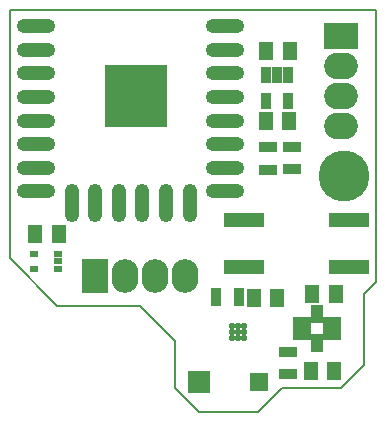
<source format=gts>
G04 #@! TF.FileFunction,Soldermask,Top*
%FSLAX46Y46*%
G04 Gerber Fmt 4.6, Leading zero omitted, Abs format (unit mm)*
G04 Created by KiCad (PCBNEW 4.0.7-e2-6376~58~ubuntu16.04.1) date Wed Apr 11 03:41:41 2018*
%MOMM*%
%LPD*%
G01*
G04 APERTURE LIST*
%ADD10C,0.100000*%
%ADD11C,0.150000*%
%ADD12R,2.854000X2.254000*%
%ADD13O,2.854000X2.254000*%
%ADD14R,1.254000X1.504000*%
%ADD15R,1.554000X1.554000*%
%ADD16R,1.954000X1.954000*%
%ADD17O,3.254000X1.254000*%
%ADD18O,1.254000X3.254000*%
%ADD19R,2.254000X2.854000*%
%ADD20O,2.254000X2.854000*%
%ADD21R,1.554000X0.954000*%
%ADD22R,0.954000X1.554000*%
%ADD23R,3.354000X1.254000*%
%ADD24C,0.558800*%
%ADD25R,0.762000X0.558800*%
%ADD26R,0.904000X1.314000*%
%ADD27R,1.504000X0.504000*%
%ADD28R,0.504000X1.504000*%
%ADD29C,4.318000*%
%ADD30R,5.334000X5.334000*%
G04 APERTURE END LIST*
D10*
D11*
X77000000Y-55000000D02*
X77000000Y-34000000D01*
X81000000Y-59000000D02*
X77000000Y-55000000D01*
X88000000Y-59000000D02*
X81000000Y-59000000D01*
X91000000Y-62000000D02*
X88000000Y-59000000D01*
X91000000Y-66000000D02*
X91000000Y-62000000D01*
X93000000Y-68000000D02*
X91000000Y-66000000D01*
X98000000Y-68000000D02*
X93000000Y-68000000D01*
X100000000Y-66000000D02*
X98000000Y-68000000D01*
X105000000Y-66000000D02*
X100000000Y-66000000D01*
X107000000Y-64000000D02*
X105000000Y-66000000D01*
X107000000Y-58000000D02*
X107000000Y-64000000D01*
X108000000Y-57000000D02*
X107000000Y-58000000D01*
X108000000Y-52000000D02*
X108000000Y-57000000D01*
X108000000Y-34000000D02*
X108000000Y-52000000D01*
X77000000Y-34000000D02*
X108000000Y-34000000D01*
D12*
X105000000Y-36150000D03*
D13*
X105000000Y-38690000D03*
X105000000Y-41230000D03*
X105000000Y-43770000D03*
D14*
X79120000Y-52960000D03*
X81120000Y-52960000D03*
X100650000Y-43340000D03*
X98650000Y-43340000D03*
X100690000Y-37470000D03*
X98690000Y-37470000D03*
X99630000Y-58320000D03*
X97630000Y-58320000D03*
D15*
X98060000Y-65460000D03*
D16*
X92980000Y-65460000D03*
D17*
X79210000Y-35320000D03*
X79210000Y-37320000D03*
X79210000Y-39320000D03*
X79210000Y-41320000D03*
X79210000Y-43320000D03*
X79210000Y-45320000D03*
X79210000Y-47320000D03*
X79210000Y-49320000D03*
D18*
X82210000Y-50320000D03*
X84210000Y-50320000D03*
X86210000Y-50320000D03*
X88210000Y-50320000D03*
X90210000Y-50320000D03*
X92210000Y-50320000D03*
D17*
X95210000Y-49320000D03*
X95210000Y-47320000D03*
X95210000Y-45320000D03*
X95210000Y-43320000D03*
X95210000Y-41320000D03*
X95210000Y-39320000D03*
X95210000Y-37320000D03*
X95210000Y-35320000D03*
D19*
X84190000Y-56450000D03*
D20*
X86730000Y-56450000D03*
X89270000Y-56450000D03*
X91810000Y-56450000D03*
D21*
X98830000Y-47470000D03*
X98830000Y-45570000D03*
X100840000Y-47440000D03*
X100840000Y-45540000D03*
D22*
X96370000Y-58280000D03*
X94470000Y-58280000D03*
D23*
X105705000Y-55760000D03*
X105705000Y-51760000D03*
X96795000Y-51760000D03*
X96795000Y-55760000D03*
D24*
X96800000Y-60740000D03*
X96800000Y-61240000D03*
X96800000Y-61740000D03*
X96300000Y-60740000D03*
X96300000Y-61240000D03*
X96300000Y-61740000D03*
X95800000Y-60740000D03*
X95800000Y-61240000D03*
X95800000Y-61740000D03*
D25*
X81036000Y-55885000D03*
X81036000Y-54615000D03*
X79004000Y-55885000D03*
X81036000Y-55250000D03*
X79004000Y-54615000D03*
D26*
X100560000Y-39470000D03*
X99610000Y-39470000D03*
X98660000Y-39470000D03*
X98660000Y-41670000D03*
X100560000Y-41670000D03*
D14*
X102450000Y-64500000D03*
X104450000Y-64500000D03*
D21*
X100540000Y-62920000D03*
X100540000Y-64820000D03*
D27*
X101740000Y-60190000D03*
X101740000Y-60690000D03*
X101740000Y-61190000D03*
X101740000Y-61690000D03*
D28*
X102740000Y-62190000D03*
X103240000Y-62190000D03*
D27*
X104240000Y-61690000D03*
X104240000Y-61190000D03*
X104240000Y-60690000D03*
X104240000Y-60190000D03*
D28*
X103240000Y-59690000D03*
X102740000Y-59690000D03*
D14*
X104570000Y-57980000D03*
X102570000Y-57980000D03*
D29*
X105237280Y-47975520D03*
D30*
X87680000Y-41240000D03*
M02*

</source>
